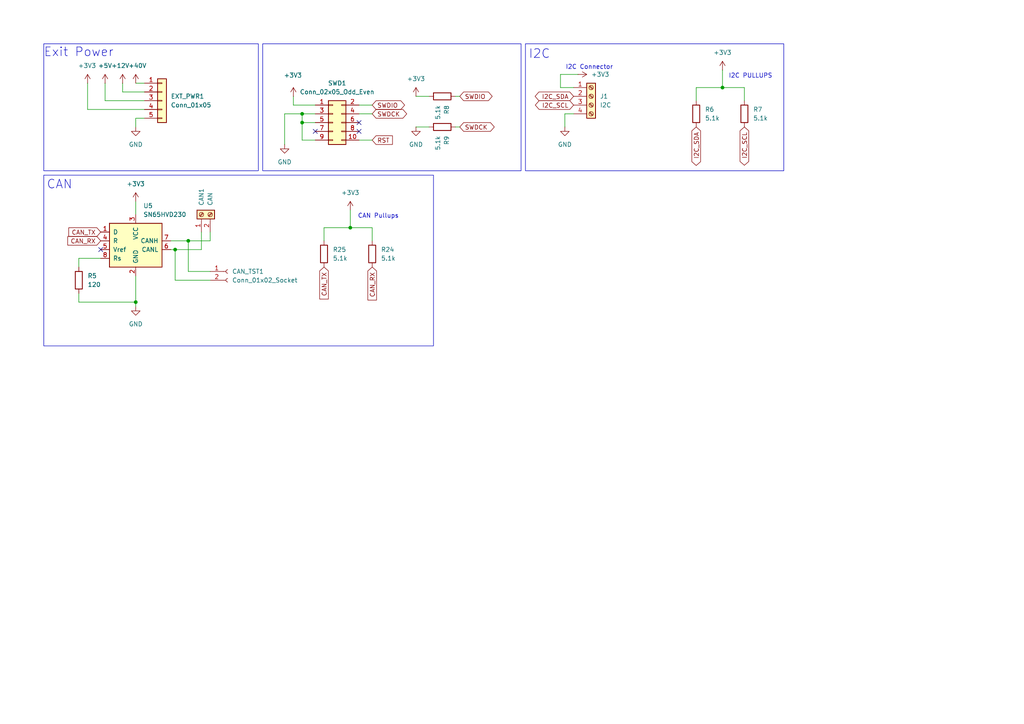
<source format=kicad_sch>
(kicad_sch (version 20250114) (generator "eeschema") (generator_version "9.0")
  (paper "A4")
  (lib_symbols
    (symbol "Connector:Conn_01x02_Socket" (pin_names (offset 1.016) (hide yes))
      (property "Reference" "J" (at 0 2.54 0))
      (property "Value" "Conn_01x02_Socket" (at 0 -5.08 0))
      (symbol "Conn_01x02_Socket_1_1"
        (polyline (pts (xy -1.27 0) (xy -0.508 0)) (stroke (width 0.1524)))
        (polyline (pts (xy -1.27 -2.54) (xy -0.508 -2.54)) (stroke (width 0.1524)))
        (arc (start 0 -0.508) (mid -0.5058 0) (end 0 0.508) (stroke (width 0.1524)))
        (arc (start 0 -3.048) (mid -0.5058 -2.54) (end 0 -2.032) (stroke (width 0.1524)))
        (pin passive line (at -5.08 0 0) (length 3.81) (name "Pin_1") (number "1"))
        (pin passive line (at -5.08 -2.54 0) (length 3.81) (name "Pin_2") (number "2"))
      )
    )
    (symbol "Connector:Screw_Terminal_01x02" (pin_names (offset 1.016) (hide yes))
      (property "Reference" "J" (at 0 2.54 0))
      (property "Value" "Screw_Terminal_01x02" (at 0 -5.08 0))
      (symbol "Screw_Terminal_01x02_1_1"
        (rectangle (start -1.27 1.27) (end 1.27 -3.81) (stroke (width 0.254)) (fill (type background)))
        (polyline (pts (xy -0.5334 0.3302) (xy 0.3302 -0.508)) (stroke (width 0.1524)))
        (polyline (pts (xy -0.5334 -2.2098) (xy 0.3302 -3.048)) (stroke (width 0.1524)))
        (polyline (pts (xy -0.3556 0.508) (xy 0.508 -0.3302)) (stroke (width 0.1524)))
        (polyline (pts (xy -0.3556 -2.032) (xy 0.508 -2.8702)) (stroke (width 0.1524)))
        (circle (center 0 0) (radius 0.635) (stroke (width 0.1524)))
        (circle (center 0 -2.54) (radius 0.635) (stroke (width 0.1524)))
        (pin passive line (at -5.08 0 0) (length 3.81) (name "Pin_1") (number "1"))
        (pin passive line (at -5.08 -2.54 0) (length 3.81) (name "Pin_2") (number "2"))
      )
    )
    (symbol "Connector:Screw_Terminal_01x04" (pin_names (offset 1.016) (hide yes))
      (property "Reference" "J" (at 0 5.08 0))
      (property "Value" "Screw_Terminal_01x04" (at 0 -7.62 0))
      (symbol "Screw_Terminal_01x04_1_1"
        (rectangle (start -1.27 3.81) (end 1.27 -6.35) (stroke (width 0.254)) (fill (type background)))
        (polyline (pts (xy -0.5334 2.8702) (xy 0.3302 2.032)) (stroke (width 0.1524)))
        (polyline (pts (xy -0.5334 0.3302) (xy 0.3302 -0.508)) (stroke (width 0.1524)))
        (polyline (pts (xy -0.5334 -2.2098) (xy 0.3302 -3.048)) (stroke (width 0.1524)))
        (polyline (pts (xy -0.5334 -4.7498) (xy 0.3302 -5.588)) (stroke (width 0.1524)))
        (polyline (pts (xy -0.3556 3.048) (xy 0.508 2.2098)) (stroke (width 0.1524)))
        (polyline (pts (xy -0.3556 0.508) (xy 0.508 -0.3302)) (stroke (width 0.1524)))
        (polyline (pts (xy -0.3556 -2.032) (xy 0.508 -2.8702)) (stroke (width 0.1524)))
        (polyline (pts (xy -0.3556 -4.572) (xy 0.508 -5.4102)) (stroke (width 0.1524)))
        (circle (center 0 2.54) (radius 0.635) (stroke (width 0.1524)))
        (circle (center 0 0) (radius 0.635) (stroke (width 0.1524)))
        (circle (center 0 -2.54) (radius 0.635) (stroke (width 0.1524)))
        (circle (center 0 -5.08) (radius 0.635) (stroke (width 0.1524)))
        (pin passive line (at -5.08 2.54 0) (length 3.81) (name "Pin_1") (number "1"))
        (pin passive line (at -5.08 0 0) (length 3.81) (name "Pin_2") (number "2"))
        (pin passive line (at -5.08 -2.54 0) (length 3.81) (name "Pin_3") (number "3"))
        (pin passive line (at -5.08 -5.08 0) (length 3.81) (name "Pin_4") (number "4"))
      )
    )
    (symbol "Connector_Generic:Conn_01x05" (pin_names (offset 1.016) (hide yes))
      (property "Reference" "J" (at 0 7.62 0))
      (property "Value" "Conn_01x05" (at 0 -7.62 0))
      (symbol "Conn_01x05_1_1"
        (rectangle (start -1.27 6.35) (end 1.27 -6.35) (stroke (width 0.254)) (fill (type background)))
        (rectangle (start -1.27 5.207) (end 0 4.953) (stroke (width 0.1524)))
        (rectangle (start -1.27 2.667) (end 0 2.413) (stroke (width 0.1524)))
        (rectangle (start -1.27 0.127) (end 0 -0.127) (stroke (width 0.1524)))
        (rectangle (start -1.27 -2.413) (end 0 -2.667) (stroke (width 0.1524)))
        (rectangle (start -1.27 -4.953) (end 0 -5.207) (stroke (width 0.1524)))
        (pin passive line (at -5.08 5.08 0) (length 3.81) (name "Pin_1") (number "1"))
        (pin passive line (at -5.08 2.54 0) (length 3.81) (name "Pin_2") (number "2"))
        (pin passive line (at -5.08 0 0) (length 3.81) (name "Pin_3") (number "3"))
        (pin passive line (at -5.08 -2.54 0) (length 3.81) (name "Pin_4") (number "4"))
        (pin passive line (at -5.08 -5.08 0) (length 3.81) (name "Pin_5") (number "5"))
      )
    )
    (symbol "Connector_Generic:Conn_02x05_Odd_Even" (pin_names (offset 1.016) (hide yes))
      (property "Reference" "SWD" (at 1.27 11.43 0))
      (property "Value" "Conn_02x05_Odd_Even" (at 1.27 8.89 0))
      (symbol "Conn_02x05_Odd_Even_1_1"
        (rectangle (start -1.27 6.35) (end 3.81 -6.35) (stroke (width 0.254)) (fill (type background)))
        (rectangle (start -1.27 5.207) (end 0 4.953) (stroke (width 0.1524)))
        (rectangle (start -1.27 2.667) (end 0 2.413) (stroke (width 0.1524)))
        (rectangle (start -1.27 0.127) (end 0 -0.127) (stroke (width 0.1524)))
        (rectangle (start -1.27 -2.413) (end 0 -2.667) (stroke (width 0.1524)))
        (rectangle (start -1.27 -4.953) (end 0 -5.207) (stroke (width 0.1524)))
        (rectangle (start 3.81 5.207) (end 2.54 4.953) (stroke (width 0.1524)))
        (rectangle (start 3.81 2.667) (end 2.54 2.413) (stroke (width 0.1524)))
        (rectangle (start 3.81 0.127) (end 2.54 -0.127) (stroke (width 0.1524)))
        (rectangle (start 3.81 -2.413) (end 2.54 -2.667) (stroke (width 0.1524)))
        (rectangle (start 3.81 -4.953) (end 2.54 -5.207) (stroke (width 0.1524)))
        (pin passive line (at -5.08 5.08 0) (length 3.81) (name "VCC") (number "1"))
        (pin passive line (at -5.08 2.54 0) (length 3.81) (name "GND") (number "3"))
        (pin passive line (at -5.08 0 0) (length 3.81) (name "GND") (number "5"))
        (pin passive line (at -5.08 -2.54 0) (length 3.81) (name "Pin_7") (number "7"))
        (pin passive line (at -5.08 -5.08 0) (length 3.81) (name "GND_Detect") (number "9"))
        (pin passive line (at 7.62 5.08 180) (length 3.81) (name "SWDIO/TM") (number "2"))
        (pin passive line (at 7.62 2.54 180) (length 3.81) (name "SWDCLK/TCK") (number "4"))
        (pin passive line (at 7.62 0 180) (length 3.81) (name "SWO/TDO") (number "6"))
        (pin passive line (at 7.62 -2.54 180) (length 3.81) (name "NC/TDI") (number "8"))
        (pin passive line (at 7.62 -5.08 180) (length 3.81) (name "nRESET") (number "10"))
      )
    )
    (symbol "Device:R" (pin_numbers (hide yes)) (pin_names (offset 0))
      (property "Reference" "R" (at 2.032 0 90))
      (property "Value" "R" (at 0 0 90))
      (symbol "R_0_1"
        (rectangle (start -1.016 -2.54) (end 1.016 2.54) (stroke (width 0.254)))
      )
      (symbol "R_1_1"
        (pin passive line (at 0 3.81 270) (length 1.27) (name "~") (number "1"))
        (pin passive line (at 0 -3.81 90) (length 1.27) (name "~") (number "2"))
      )
    )
    (symbol "Interface_CAN_LIN:SN65HVD230" (pin_names (offset 1.016))
      (property "Reference" "U" (at -2.54 10.16 0))
      (property "Value" "SN65HVD230" (at -2.54 7.62 0))
      (symbol "SN65HVD230_0_1"
        (rectangle (start -7.62 5.08) (end 7.62 -7.62) (stroke (width 0.254)) (fill (type background)))
      )
      (symbol "SN65HVD230_1_1"
        (pin input line (at -10.16 2.54 0) (length 2.54) (name "D") (number "1"))
        (pin output line (at -10.16 0 0) (length 2.54) (name "R") (number "4"))
        (pin output line (at -10.16 -2.54 0) (length 2.54) (name "Vref") (number "5"))
        (pin input line (at -10.16 -5.08 0) (length 2.54) (name "Rs") (number "8"))
        (pin power_in line (at 0 7.62 270) (length 2.54) (name "VCC") (number "3"))
        (pin power_in line (at 0 -10.16 90) (length 2.54) (name "GND") (number "2"))
        (pin bidirectional line (at 10.16 0 180) (length 2.54) (name "CANH") (number "7"))
        (pin bidirectional line (at 10.16 -2.54 180) (length 2.54) (name "CANL") (number "6"))
      )
    )
    (symbol "power:+24V" (power) (pin_numbers (hide yes)) (pin_names (offset 0) (hide yes))
      (property "Value" "+24V" (at 0 3.556 0))
      (symbol "+24V_0_1"
        (polyline (pts (xy -0.762 1.27) (xy 0 2.54)))
        (polyline (pts (xy 0 2.54) (xy 0.762 1.27)))
        (polyline (pts (xy 0 0) (xy 0 2.54)))
      )
      (symbol "+24V_1_1"
        (pin power_in line (at 0 0 90) (length 0) (name "~") (number "1"))
      )
    )
    (symbol "power:+3.3V" (power) (pin_numbers (hide yes)) (pin_names (offset 0) (hide yes))
      (property "Value" "+3.3V" (at 0 3.556 0))
      (symbol "+3.3V_0_1"
        (polyline (pts (xy -0.762 1.27) (xy 0 2.54)))
        (polyline (pts (xy 0 2.54) (xy 0.762 1.27)))
        (polyline (pts (xy 0 0) (xy 0 2.54)))
      )
      (symbol "+3.3V_1_1"
        (pin power_in line (at 0 0 90) (length 0) (name "~") (number "1"))
      )
    )
    (symbol "power:+3V3" (power) (pin_numbers (hide yes)) (pin_names (offset 0) (hide yes))
      (property "Value" "+3V3" (at 0 3.556 0))
      (symbol "+3V3_0_1"
        (polyline (pts (xy -0.762 1.27) (xy 0 2.54)))
        (polyline (pts (xy 0 2.54) (xy 0.762 1.27)))
        (polyline (pts (xy 0 0) (xy 0 2.54)))
      )
      (symbol "+3V3_1_1"
        (pin power_in line (at 0 0 90) (length 0) (name "~") (number "1"))
      )
    )
    (symbol "power:+4V" (power) (pin_numbers (hide yes)) (pin_names (offset 0) (hide yes))
      (property "Value" "+4V" (at 0 3.556 0))
      (symbol "+4V_0_1"
        (polyline (pts (xy -0.762 1.27) (xy 0 2.54)))
        (polyline (pts (xy 0 2.54) (xy 0.762 1.27)))
        (polyline (pts (xy 0 0) (xy 0 2.54)))
      )
      (symbol "+4V_1_1"
        (pin power_in line (at 0 0 90) (length 0) (name "~") (number "1"))
      )
    )
    (symbol "power:+5V" (power) (pin_numbers (hide yes)) (pin_names (offset 0) (hide yes))
      (property "Value" "+5V" (at 0 3.556 0))
      (symbol "+5V_0_1"
        (polyline (pts (xy -0.762 1.27) (xy 0 2.54)))
        (polyline (pts (xy 0 2.54) (xy 0.762 1.27)))
        (polyline (pts (xy 0 0) (xy 0 2.54)))
      )
      (symbol "+5V_1_1"
        (pin power_in line (at 0 0 90) (length 0) (name "~") (number "1"))
      )
    )
    (symbol "power:GND" (power) (pin_numbers (hide yes)) (pin_names (offset 0) (hide yes))
      (property "Value" "GND" (at 0 -3.81 0))
      (symbol "GND_0_1"
        (polyline (pts (xy 0 0) (xy 0 -1.27) (xy 1.27 -1.27) (xy 0 -2.54) (xy -1.27 -1.27) (xy 0 -1.27)))
      )
      (symbol "GND_1_1"
        (pin power_in line (at 0 0 270) (length 0) (name "~") (number "1"))
      )
    )
  )
  (rectangle (start 12.7 50.8) (end 125.73 100.33))
  (rectangle (start 152.4 12.7) (end 227.33 49.53))
  (rectangle (start 12.7 12.7) (end 74.93 49.53))
  (rectangle (start 76.2 12.7) (end 151.13 49.53))
  (text "CAN" (at 17.272 53.594 0) (effects (font (size 2.54 2.54))))
  (text "Exit Power\n" (at 22.86 15.24 0) (effects (font (size 2.54 2.54))))
  (text "I2C" (at 156.464 15.748 0) (effects (font (size 2.54 2.54))))
  (text "I2C PULLUPS" (at 217.678 22.098 0) (effects (font (size 1.27 1.27))))
  (text "I2C Connector\n" (at 170.942 19.558 0) (effects (font (size 1.27 1.27))))
  (text "CAN Pullups\n" (at 109.728 62.738 0) (effects (font (size 1.27 1.27))))
  (junction (at 209.55 25.4))
  (junction (at 54.61 69.85))
  (junction (at 39.37 87.63))
  (junction (at 87.63 35.56))
  (junction (at 50.8 72.39))
  (junction (at 101.6 66.04))
  (junction (at 87.63 33.02))
  (no_connect (at 104.14 35.56))
  (no_connect (at 29.21 72.39))
  (no_connect (at 104.14 38.1))
  (no_connect (at 91.44 38.1))
  (wire (pts (xy 58.42 72.39) (xy 58.42 67.31)))
  (wire (pts (xy 54.61 69.85) (xy 49.53 69.85)))
  (wire (pts (xy 54.61 78.74) (xy 60.96 78.74)))
  (wire (pts (xy 107.95 66.04) (xy 107.95 69.85)))
  (wire (pts (xy 101.6 66.04) (xy 107.95 66.04)))
  (wire (pts (xy 87.63 35.56) (xy 87.63 33.02)))
  (wire (pts (xy 215.9 25.4) (xy 215.9 29.21)))
  (wire (pts (xy 35.56 26.67) (xy 41.91 26.67)))
  (wire (pts (xy 93.98 69.85) (xy 93.98 66.04)))
  (wire (pts (xy 50.8 72.39) (xy 49.53 72.39)))
  (wire (pts (xy 41.91 24.13) (xy 39.37 24.13)))
  (wire (pts (xy 162.56 25.4) (xy 166.37 25.4)))
  (wire (pts (xy 54.61 69.85) (xy 60.96 69.85)))
  (wire (pts (xy 209.55 20.32) (xy 209.55 25.4)))
  (wire (pts (xy 104.14 33.02) (xy 107.95 33.02)))
  (wire (pts (xy 104.14 30.48) (xy 107.95 30.48)))
  (wire (pts (xy 22.86 85.09) (xy 22.86 87.63)))
  (wire (pts (xy 41.91 29.21) (xy 30.48 29.21)))
  (wire (pts (xy 41.91 31.75) (xy 25.4 31.75)))
  (wire (pts (xy 39.37 80.01) (xy 39.37 87.63)))
  (wire (pts (xy 82.55 33.02) (xy 82.55 41.91)))
  (wire (pts (xy 91.44 33.02) (xy 87.63 33.02)))
  (wire (pts (xy 93.98 66.04) (xy 101.6 66.04)))
  (wire (pts (xy 85.09 30.48) (xy 91.44 30.48)))
  (wire (pts (xy 120.65 36.83) (xy 124.46 36.83)))
  (wire (pts (xy 104.14 40.64) (xy 107.95 40.64)))
  (wire (pts (xy 29.21 74.93) (xy 22.86 74.93)))
  (wire (pts (xy 41.91 34.29) (xy 39.37 34.29)))
  (wire (pts (xy 91.44 40.64) (xy 87.63 40.64)))
  (wire (pts (xy 50.8 72.39) (xy 50.8 81.28)))
  (wire (pts (xy 163.83 33.02) (xy 163.83 36.83)))
  (wire (pts (xy 166.37 33.02) (xy 163.83 33.02)))
  (wire (pts (xy 50.8 72.39) (xy 58.42 72.39)))
  (wire (pts (xy 87.63 35.56) (xy 91.44 35.56)))
  (wire (pts (xy 22.86 87.63) (xy 39.37 87.63)))
  (wire (pts (xy 87.63 40.64) (xy 87.63 35.56)))
  (wire (pts (xy 209.55 25.4) (xy 215.9 25.4)))
  (wire (pts (xy 54.61 69.85) (xy 54.61 78.74)))
  (wire (pts (xy 87.63 33.02) (xy 82.55 33.02)))
  (wire (pts (xy 30.48 29.21) (xy 30.48 24.13)))
  (wire (pts (xy 201.93 25.4) (xy 209.55 25.4)))
  (wire (pts (xy 162.56 21.59) (xy 167.64 21.59)))
  (wire (pts (xy 85.09 27.94) (xy 85.09 30.48)))
  (wire (pts (xy 201.93 29.21) (xy 201.93 25.4)))
  (wire (pts (xy 50.8 81.28) (xy 60.96 81.28)))
  (wire (pts (xy 35.56 24.13) (xy 35.56 26.67)))
  (wire (pts (xy 39.37 34.29) (xy 39.37 36.83)))
  (wire (pts (xy 120.65 27.94) (xy 124.46 27.94)))
  (wire (pts (xy 39.37 87.63) (xy 39.37 88.9)))
  (wire (pts (xy 101.6 60.96) (xy 101.6 66.04)))
  (wire (pts (xy 25.4 31.75) (xy 25.4 24.13)))
  (wire (pts (xy 22.86 74.93) (xy 22.86 77.47)))
  (wire (pts (xy 133.35 27.94) (xy 132.08 27.94)))
  (wire (pts (xy 39.37 58.42) (xy 39.37 62.23)))
  (wire (pts (xy 133.35 36.83) (xy 132.08 36.83)))
  (wire (pts (xy 162.56 21.59) (xy 162.56 25.4)))
  (wire (pts (xy 60.96 69.85) (xy 60.96 67.31)))
  (global_label "CAN_RX" (shape input) (at 107.95 77.47 270) (property "Intersheetrefs" "${INTERSHEET_REFS}" (effects (hide yes))))
  (global_label "SWDIO" (shape bidirectional) (at 107.95 30.48 0) (property "Intersheetrefs" "${INTERSHEET_REFS}" (effects (hide yes))))
  (global_label "CAN_TX" (shape input) (at 93.98 77.47 270) (property "Intersheetrefs" "${INTERSHEET_REFS}" (effects (hide yes))))
  (global_label "RST" (shape input) (at 107.95 40.64 0) (property "Intersheetrefs" "${INTERSHEET_REFS}" (effects (hide yes))))
  (global_label "I2C_SCL" (shape bidirectional) (at 215.9 36.83 270) (property "Intersheetrefs" "${INTERSHEET_REFS}" (effects (hide yes))))
  (global_label "CAN_TX" (shape input) (at 29.21 67.31 180) (property "Intersheetrefs" "${INTERSHEET_REFS}" (effects (hide yes))))
  (global_label "SWDIO" (shape bidirectional) (at 133.35 27.94 0) (property "Intersheetrefs" "${INTERSHEET_REFS}" (effects (hide yes))))
  (global_label "SWDCK" (shape bidirectional) (at 107.95 33.02 0) (property "Intersheetrefs" "${INTERSHEET_REFS}" (effects (hide yes))))
  (global_label "SWDCK" (shape bidirectional) (at 133.35 36.83 0) (property "Intersheetrefs" "${INTERSHEET_REFS}" (effects (hide yes))))
  (global_label "I2C_SCL" (shape bidirectional) (at 166.37 30.48 180) (property "Intersheetrefs" "${INTERSHEET_REFS}" (effects (hide yes))))
  (global_label "I2C_SDA" (shape bidirectional) (at 201.93 36.83 270) (property "Intersheetrefs" "${INTERSHEET_REFS}" (effects (hide yes))))
  (global_label "CAN_RX" (shape input) (at 29.21 69.85 180) (property "Intersheetrefs" "${INTERSHEET_REFS}" (effects (hide yes))))
  (global_label "I2C_SDA" (shape bidirectional) (at 166.37 27.94 180) (property "Intersheetrefs" "${INTERSHEET_REFS}" (effects (hide yes))))
  (symbol (lib_id "power:+5V") (at 30.48 24.13 0) (unit 1)
    (property "Reference" "#PWR043" (effects (hide yes)))
    (property "Value" "+5V" (at 30.48 19.05 0))
    (property "Description" "Power symbol creates a global label with name \"+5V\"" (effects (hide yes)))
  )
  (symbol (lib_id "power:+24V") (at 35.56 24.13 0) (unit 1)
    (property "Reference" "#PWR044" (effects (hide yes)))
    (property "Value" "+12V" (at 32.258 19.05 0) (effects (justify left)))
    (property "Description" "Power symbol creates a global label with name \"+24V\"" (effects (hide yes)))
  )
  (symbol (lib_id "power:+4V") (at 39.37 24.13 0) (unit 1)
    (property "Reference" "#PWR078" (effects (hide yes)))
    (property "Value" "+40V" (at 39.878 19.05 0))
    (property "Description" "Power symbol creates a global label with name \"+4V\"" (effects (hide yes)))
  )
  (symbol (lib_id "Device:R") (at 93.98 73.66 180) (unit 1)
    (property "Reference" "R25" (at 96.52 72.3899 0) (effects (justify right)))
    (property "Value" "5.1k" (at 96.52 74.9299 0) (effects (justify right)))
    (property "Footprint" "Resistor_SMD:R_0603_1608Metric" (effects (hide yes)))
    (property "Description" "Resistor" (effects (hide yes)))
  )
  (symbol (lib_id "Device:R") (at 215.9 33.02 0) (unit 1)
    (property "Reference" "R7" (at 218.44 31.7499 0) (effects (justify left)))
    (property "Value" "5.1k" (at 218.44 34.2899 0) (effects (justify left)))
    (property "Footprint" "Resistor_SMD:R_0603_1608Metric" (effects (hide yes)))
    (property "Description" "Resistor" (effects (hide yes)))
  )
  (symbol (lib_id "Device:R") (at 128.27 27.94 90) (unit 1)
    (property "Reference" "R8" (at 129.5401 30.48 0) (effects (justify right)))
    (property "Value" "5.1k" (at 127.0001 30.48 0) (effects (justify right)))
    (property "Footprint" "Resistor_SMD:R_0603_1608Metric" (effects (hide yes)))
    (property "Description" "Resistor" (effects (hide yes)))
  )
  (symbol (lib_id "Connector_Generic:Conn_01x05") (at 46.99 29.21 0) (unit 1)
    (property "Reference" "EXT_PWR1" (at 49.53 27.9399 0) (effects (justify left)))
    (property "Value" "Conn_01x05" (at 49.53 30.4799 0) (effects (justify left)))
    (property "Footprint" "Connector_PinHeader_2.54mm:PinHeader_1x05_P2.54mm_Vertical" (effects (hide yes)))
    (property "Description" "Generic connector, single row, 01x05, script generated (kicad-library-utils/schlib/autogen/connector/)" (effects (hide yes)))
  )
  (symbol (lib_id "power:+3.3V") (at 101.6 60.96 0) (unit 1)
    (property "Reference" "#PWR076" (effects (hide yes)))
    (property "Value" "+3V3" (at 101.6 55.88 0))
    (property "Description" "Power symbol creates a global label with name \"+3.3V\"" (effects (hide yes)))
  )
  (symbol (lib_id "power:+3.3V") (at 85.09 27.94 0) (unit 1)
    (property "Reference" "#PWR065" (effects (hide yes)))
    (property "Value" "+3V3" (at 82.296 21.844 0) (effects (justify left)))
    (property "Description" "Power symbol creates a global label with name \"+3.3V\"" (effects (hide yes)))
  )
  (symbol (lib_id "power:GND") (at 163.83 36.83 0) (unit 1)
    (property "Reference" "#PWR038" (effects (hide yes)))
    (property "Value" "GND" (at 163.83 41.91 0))
    (property "Description" "Power symbol creates a global label with name \"GND\" , ground" (effects (hide yes)))
  )
  (symbol (lib_id "Interface_CAN_LIN:SN65HVD230") (at 39.37 69.85 0) (unit 1)
    (property "Reference" "U5" (at 41.5641 59.69 0) (effects (justify left)))
    (property "Value" "SN65HVD230" (at 41.5641 62.23 0) (effects (justify left)))
    (property "Footprint" "Package_SO:SOIC-8_3.9x4.9mm_P1.27mm" (effects (hide yes)))
    (property "Datasheet" "http://www.ti.com/lit/ds/symlink/sn65hvd230.pdf" (effects (hide yes)))
    (property "Description" "CAN Bus Transceivers, 3.3V, 1Mbps, Low-Power capabilities, SOIC-8" (effects (hide yes)))
  )
  (symbol (lib_id "Device:R") (at 22.86 81.28 180) (unit 1)
    (property "Reference" "R5" (at 25.4 80.0099 0) (effects (justify right)))
    (property "Value" "120" (at 25.4 82.5499 0) (effects (justify right)))
    (property "Footprint" "Resistor_SMD:R_0603_1608Metric" (effects (hide yes)))
    (property "Description" "Resistor" (effects (hide yes)))
  )
  (symbol (lib_id "Connector:Screw_Terminal_01x02") (at 58.42 62.23 90) (unit 1)
    (property "Reference" "CAN1" (at 58.4199 59.69 0) (effects (justify left)))
    (property "Value" "CAN" (at 60.9599 59.69 0) (effects (justify left)))
    (property "Footprint" "SJSU_common:Pluggable_Terminal_2.54mm_2P_Horizontal" (effects (hide yes)))
    (property "Description" "Generic screw terminal, single row, 01x02, script generated (kicad-library-utils/schlib/autogen/connector/)" (effects (hide yes)))
  )
  (symbol (lib_id "Device:R") (at 128.27 36.83 270) (unit 1)
    (property "Reference" "R9" (at 129.5401 39.37 0) (effects (justify left)))
    (property "Value" "5.1k" (at 127.0001 39.37 0) (effects (justify left)))
    (property "Footprint" "Resistor_SMD:R_0603_1608Metric" (effects (hide yes)))
    (property "Description" "Resistor" (effects (hide yes)))
  )
  (symbol (lib_id "Connector_Generic:Conn_02x05_Odd_Even") (at 96.52 35.56 0) (unit 1)
    (property "Reference" "SWD1" (at 97.79 24.13 0))
    (property "Value" "Conn_02x05_Odd_Even" (at 97.79 26.67 0))
    (property "Footprint" "SJSU_common:SWD_Conn" (effects (hide yes)))
    (property "Description" "Generic connector, double row, 02x05, odd/even pin numbering scheme (row 1 odd numbers, row 2 even numbers), script generated (kicad-library-utils/schlib/autogen/connector/)" (effects (hide yes)))
  )
  (symbol (lib_id "power:+3.3V") (at 167.64 21.59 270) (unit 1)
    (property "Reference" "#PWR037" (effects (hide yes)))
    (property "Value" "+3V3" (at 171.45 21.5899 90) (effects (justify left)))
    (property "Description" "Power symbol creates a global label with name \"+3.3V\"" (effects (hide yes)))
  )
  (symbol (lib_id "Connector:Conn_01x02_Socket") (at 66.04 78.74 0) (unit 1)
    (property "Reference" "CAN_TST1" (at 67.31 78.7399 0) (effects (justify left)))
    (property "Value" "Conn_01x02_Socket" (at 67.31 81.2799 0) (effects (justify left)))
    (property "Footprint" "Connector_PinHeader_2.54mm:PinHeader_1x02_P2.54mm_Vertical" (effects (hide yes)))
    (property "Description" "Generic connector, single row, 01x02, script generated" (effects (hide yes)))
  )
  (symbol (lib_id "power:+3.3V") (at 25.4 24.13 0) (unit 1)
    (property "Reference" "#PWR041" (effects (hide yes)))
    (property "Value" "+3V3" (at 22.606 19.05 0) (effects (justify left)))
    (property "Description" "Power symbol creates a global label with name \"+3.3V\"" (effects (hide yes)))
  )
  (symbol (lib_id "power:GND") (at 39.37 36.83 0) (unit 1)
    (property "Reference" "#PWR039" (effects (hide yes)))
    (property "Value" "GND" (at 39.37 41.91 0))
    (property "Description" "Power symbol creates a global label with name \"GND\" , ground" (effects (hide yes)))
  )
  (symbol (lib_id "power:+3.3V") (at 39.37 58.42 0) (unit 1)
    (property "Reference" "#PWR010" (effects (hide yes)))
    (property "Value" "+3V3" (at 39.37 53.34 0))
    (property "Description" "Power symbol creates a global label with name \"+3.3V\"" (effects (hide yes)))
  )
  (symbol (lib_id "Device:R") (at 107.95 73.66 0) (unit 1)
    (property "Reference" "R24" (at 110.49 72.3899 0) (effects (justify left)))
    (property "Value" "5.1k" (at 110.49 74.9299 0) (effects (justify left)))
    (property "Footprint" "Resistor_SMD:R_0603_1608Metric" (effects (hide yes)))
    (property "Description" "Resistor" (effects (hide yes)))
  )
  (symbol (lib_id "Connector:Screw_Terminal_01x04") (at 171.45 27.94 0) (unit 1)
    (property "Reference" "J1" (at 173.99 27.9399 0) (effects (justify left)))
    (property "Value" "I2C" (at 173.99 30.4799 0) (effects (justify left)))
    (property "Footprint" "SJSU_common:Pluggable_Terminal_2.54mm_4P_Horizontal" (effects (hide yes)))
    (property "Description" "Generic screw terminal, single row, 01x04, script generated (kicad-library-utils/schlib/autogen/connector/)" (effects (hide yes)))
  )
  (symbol (lib_id "power:GND") (at 39.37 88.9 0) (unit 1)
    (property "Reference" "#PWR011" (effects (hide yes)))
    (property "Value" "GND" (at 39.37 93.98 0))
    (property "Description" "Power symbol creates a global label with name \"GND\" , ground" (effects (hide yes)))
  )
  (symbol (lib_id "power:GND") (at 82.55 41.91 0) (unit 1)
    (property "Reference" "#PWR066" (effects (hide yes)))
    (property "Value" "GND" (at 82.55 46.99 0))
    (property "Description" "Power symbol creates a global label with name \"GND\" , ground" (effects (hide yes)))
  )
  (symbol (lib_id "power:+3V3") (at 120.65 27.94 0) (unit 1)
    (property "Reference" "#PWR071" (effects (hide yes)))
    (property "Value" "+3V3" (at 120.65 22.86 0))
    (property "Description" "Power symbol creates a global label with name \"+3V3\"" (effects (hide yes)))
  )
  (symbol (lib_id "Device:R") (at 201.93 33.02 180) (unit 1)
    (property "Reference" "R6" (at 204.47 31.7499 0) (effects (justify right)))
    (property "Value" "5.1k" (at 204.47 34.2899 0) (effects (justify right)))
    (property "Footprint" "Resistor_SMD:R_0603_1608Metric" (effects (hide yes)))
    (property "Description" "Resistor" (effects (hide yes)))
  )
  (symbol (lib_id "power:+3.3V") (at 209.55 20.32 0) (unit 1)
    (property "Reference" "#PWR077" (effects (hide yes)))
    (property "Value" "+3V3" (at 209.55 15.24 0))
    (property "Description" "Power symbol creates a global label with name \"+3.3V\"" (effects (hide yes)))
  )
  (symbol (lib_id "power:GND") (at 120.65 36.83 0) (unit 1)
    (property "Reference" "#PWR070" (effects (hide yes)))
    (property "Value" "GND" (at 120.65 41.91 0))
    (property "Description" "Power symbol creates a global label with name \"GND\" , ground" (effects (hide yes)))
  )
)
</source>
